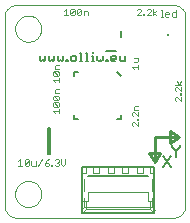
<source format=gto>
G75*
%MOIN*%
%OFA0B0*%
%FSLAX24Y24*%
%IPPOS*%
%LPD*%
%AMOC8*
5,1,8,0,0,1.08239X$1,22.5*
%
%ADD10C,0.0000*%
%ADD11C,0.0060*%
%ADD12C,0.0100*%
%ADD13C,0.0070*%
%ADD14C,0.0050*%
%ADD15C,0.0030*%
%ADD16R,0.0098X0.0098*%
%ADD17C,0.0080*%
%ADD18C,0.0020*%
D10*
X000100Y000494D02*
X000100Y006793D01*
X000102Y006832D01*
X000108Y006870D01*
X000117Y006907D01*
X000130Y006944D01*
X000147Y006979D01*
X000166Y007012D01*
X000189Y007043D01*
X000215Y007072D01*
X000244Y007098D01*
X000275Y007121D01*
X000308Y007140D01*
X000343Y007157D01*
X000380Y007170D01*
X000417Y007179D01*
X000455Y007185D01*
X000494Y007187D01*
X005737Y007187D01*
X005776Y007185D01*
X005814Y007179D01*
X005851Y007170D01*
X005888Y007157D01*
X005923Y007140D01*
X005956Y007121D01*
X005987Y007098D01*
X006016Y007072D01*
X006042Y007043D01*
X006065Y007012D01*
X006084Y006979D01*
X006101Y006944D01*
X006114Y006907D01*
X006123Y006870D01*
X006129Y006832D01*
X006131Y006793D01*
X006131Y000494D01*
X006129Y000455D01*
X006123Y000417D01*
X006114Y000380D01*
X006101Y000343D01*
X006084Y000308D01*
X006065Y000275D01*
X006042Y000244D01*
X006016Y000215D01*
X005987Y000189D01*
X005956Y000166D01*
X005923Y000147D01*
X005888Y000130D01*
X005851Y000117D01*
X005814Y000108D01*
X005776Y000102D01*
X005737Y000100D01*
X000494Y000100D01*
X000455Y000102D01*
X000417Y000108D01*
X000380Y000117D01*
X000343Y000130D01*
X000308Y000147D01*
X000275Y000166D01*
X000244Y000189D01*
X000215Y000215D01*
X000189Y000244D01*
X000166Y000275D01*
X000147Y000308D01*
X000130Y000343D01*
X000117Y000380D01*
X000108Y000417D01*
X000102Y000455D01*
X000100Y000494D01*
X000454Y000887D02*
X000456Y000928D01*
X000462Y000969D01*
X000472Y001009D01*
X000485Y001048D01*
X000502Y001085D01*
X000523Y001121D01*
X000547Y001155D01*
X000574Y001186D01*
X000603Y001214D01*
X000636Y001240D01*
X000670Y001262D01*
X000707Y001281D01*
X000745Y001296D01*
X000785Y001308D01*
X000825Y001316D01*
X000866Y001320D01*
X000908Y001320D01*
X000949Y001316D01*
X000989Y001308D01*
X001029Y001296D01*
X001067Y001281D01*
X001103Y001262D01*
X001138Y001240D01*
X001171Y001214D01*
X001200Y001186D01*
X001227Y001155D01*
X001251Y001121D01*
X001272Y001085D01*
X001289Y001048D01*
X001302Y001009D01*
X001312Y000969D01*
X001318Y000928D01*
X001320Y000887D01*
X001318Y000846D01*
X001312Y000805D01*
X001302Y000765D01*
X001289Y000726D01*
X001272Y000689D01*
X001251Y000653D01*
X001227Y000619D01*
X001200Y000588D01*
X001171Y000560D01*
X001138Y000534D01*
X001104Y000512D01*
X001067Y000493D01*
X001029Y000478D01*
X000989Y000466D01*
X000949Y000458D01*
X000908Y000454D01*
X000866Y000454D01*
X000825Y000458D01*
X000785Y000466D01*
X000745Y000478D01*
X000707Y000493D01*
X000671Y000512D01*
X000636Y000534D01*
X000603Y000560D01*
X000574Y000588D01*
X000547Y000619D01*
X000523Y000653D01*
X000502Y000689D01*
X000485Y000726D01*
X000472Y000765D01*
X000462Y000805D01*
X000456Y000846D01*
X000454Y000887D01*
X000454Y006399D02*
X000456Y006440D01*
X000462Y006481D01*
X000472Y006521D01*
X000485Y006560D01*
X000502Y006597D01*
X000523Y006633D01*
X000547Y006667D01*
X000574Y006698D01*
X000603Y006726D01*
X000636Y006752D01*
X000670Y006774D01*
X000707Y006793D01*
X000745Y006808D01*
X000785Y006820D01*
X000825Y006828D01*
X000866Y006832D01*
X000908Y006832D01*
X000949Y006828D01*
X000989Y006820D01*
X001029Y006808D01*
X001067Y006793D01*
X001103Y006774D01*
X001138Y006752D01*
X001171Y006726D01*
X001200Y006698D01*
X001227Y006667D01*
X001251Y006633D01*
X001272Y006597D01*
X001289Y006560D01*
X001302Y006521D01*
X001312Y006481D01*
X001318Y006440D01*
X001320Y006399D01*
X001318Y006358D01*
X001312Y006317D01*
X001302Y006277D01*
X001289Y006238D01*
X001272Y006201D01*
X001251Y006165D01*
X001227Y006131D01*
X001200Y006100D01*
X001171Y006072D01*
X001138Y006046D01*
X001104Y006024D01*
X001067Y006005D01*
X001029Y005990D01*
X000989Y005978D01*
X000949Y005970D01*
X000908Y005966D01*
X000866Y005966D01*
X000825Y005970D01*
X000785Y005978D01*
X000745Y005990D01*
X000707Y006005D01*
X000671Y006024D01*
X000636Y006046D01*
X000603Y006072D01*
X000574Y006100D01*
X000547Y006131D01*
X000523Y006165D01*
X000502Y006201D01*
X000485Y006238D01*
X000472Y006277D01*
X000462Y006317D01*
X000456Y006358D01*
X000454Y006399D01*
D11*
X001538Y003100D02*
X001538Y002225D01*
X001631Y002225D01*
X001631Y003100D01*
X001538Y003100D01*
D12*
X004913Y002256D02*
X005100Y001944D01*
X005288Y002256D01*
X004913Y002256D01*
X005100Y001944D02*
X005100Y002788D01*
X005913Y002788D01*
X005600Y002600D01*
X005600Y002975D01*
X005913Y002788D01*
D13*
X005951Y002515D02*
X005951Y002452D01*
X005824Y002325D01*
X005824Y002135D01*
X005639Y002172D02*
X005385Y001791D01*
X005639Y001791D02*
X005385Y002172D01*
X005698Y002452D02*
X005698Y002515D01*
X005698Y002452D02*
X005824Y002325D01*
D14*
X004113Y005313D02*
X003978Y005313D01*
X003933Y005358D01*
X003933Y005493D01*
X003819Y005448D02*
X003819Y005403D01*
X003638Y005403D01*
X003638Y005448D02*
X003684Y005493D01*
X003774Y005493D01*
X003819Y005448D01*
X003774Y005313D02*
X003684Y005313D01*
X003638Y005358D01*
X003638Y005448D01*
X003536Y005358D02*
X003536Y005313D01*
X003491Y005313D01*
X003491Y005358D01*
X003536Y005358D01*
X003377Y005358D02*
X003377Y005493D01*
X003377Y005358D02*
X003332Y005313D01*
X003287Y005358D01*
X003242Y005313D01*
X003196Y005358D01*
X003196Y005493D01*
X003045Y005493D02*
X003045Y005313D01*
X003000Y005313D02*
X003090Y005313D01*
X003045Y005493D02*
X003000Y005493D01*
X003045Y005583D02*
X003045Y005628D01*
X002849Y005583D02*
X002849Y005313D01*
X002804Y005313D02*
X002894Y005313D01*
X002697Y005313D02*
X002607Y005313D01*
X002652Y005313D02*
X002652Y005583D01*
X002607Y005583D01*
X002493Y005448D02*
X002448Y005493D01*
X002358Y005493D01*
X002313Y005448D01*
X002313Y005358D01*
X002358Y005313D01*
X002448Y005313D01*
X002493Y005358D01*
X002493Y005448D01*
X002210Y005358D02*
X002210Y005313D01*
X002165Y005313D01*
X002165Y005358D01*
X002210Y005358D01*
X002051Y005358D02*
X002051Y005493D01*
X002051Y005358D02*
X002006Y005313D01*
X001961Y005358D01*
X001916Y005313D01*
X001871Y005358D01*
X001871Y005493D01*
X001756Y005493D02*
X001756Y005358D01*
X001711Y005313D01*
X001666Y005358D01*
X001621Y005313D01*
X001576Y005358D01*
X001576Y005493D01*
X001461Y005493D02*
X001461Y005358D01*
X001416Y005313D01*
X001371Y005358D01*
X001326Y005313D01*
X001281Y005358D01*
X001281Y005493D01*
X002804Y005583D02*
X002849Y005583D01*
X004113Y005493D02*
X004113Y005313D01*
D15*
X004344Y005123D02*
X004554Y005123D01*
X004554Y005053D02*
X004554Y005193D01*
X004519Y005273D02*
X004554Y005309D01*
X004554Y005414D01*
X004414Y005414D01*
X004414Y005273D02*
X004519Y005273D01*
X004344Y005123D02*
X004414Y005053D01*
X004442Y003836D02*
X004547Y003836D01*
X004442Y003836D02*
X004407Y003801D01*
X004407Y003696D01*
X004547Y003696D01*
X004547Y003615D02*
X004547Y003475D01*
X004407Y003615D01*
X004372Y003615D01*
X004337Y003580D01*
X004337Y003510D01*
X004372Y003475D01*
X004512Y003400D02*
X004512Y003365D01*
X004547Y003365D01*
X004547Y003400D01*
X004512Y003400D01*
X004547Y003284D02*
X004547Y003144D01*
X004407Y003284D01*
X004372Y003284D01*
X004337Y003249D01*
X004337Y003179D01*
X004372Y003144D01*
X005769Y004019D02*
X005804Y003984D01*
X005769Y004019D02*
X005769Y004089D01*
X005804Y004124D01*
X005839Y004124D01*
X005979Y003984D01*
X005979Y004124D01*
X005979Y004205D02*
X005944Y004205D01*
X005944Y004240D01*
X005979Y004240D01*
X005979Y004205D01*
X005979Y004315D02*
X005839Y004455D01*
X005804Y004455D01*
X005769Y004420D01*
X005769Y004350D01*
X005804Y004315D01*
X005979Y004315D02*
X005979Y004455D01*
X005979Y004536D02*
X005769Y004536D01*
X005839Y004641D02*
X005909Y004536D01*
X005979Y004641D01*
X005811Y006803D02*
X005706Y006803D01*
X005671Y006838D01*
X005671Y006908D01*
X005706Y006943D01*
X005811Y006943D01*
X005811Y007013D02*
X005811Y006803D01*
X005590Y006873D02*
X005450Y006873D01*
X005450Y006908D02*
X005485Y006943D01*
X005555Y006943D01*
X005590Y006908D01*
X005590Y006873D01*
X005555Y006803D02*
X005485Y006803D01*
X005450Y006838D01*
X005450Y006908D01*
X005373Y006803D02*
X005303Y006803D01*
X005338Y006803D02*
X005338Y007013D01*
X005303Y007013D01*
X005161Y006984D02*
X005056Y006914D01*
X005161Y006844D01*
X005056Y006844D02*
X005056Y007054D01*
X004975Y007019D02*
X004975Y006984D01*
X004835Y006844D01*
X004975Y006844D01*
X004975Y007019D02*
X004940Y007054D01*
X004870Y007054D01*
X004835Y007019D01*
X004759Y006879D02*
X004724Y006879D01*
X004724Y006844D01*
X004759Y006844D01*
X004759Y006879D01*
X004643Y006844D02*
X004503Y006844D01*
X004643Y006984D01*
X004643Y007019D01*
X004608Y007054D01*
X004538Y007054D01*
X004503Y007019D01*
X002878Y006949D02*
X002878Y006844D01*
X002878Y006949D02*
X002843Y006984D01*
X002738Y006984D01*
X002738Y006844D01*
X002657Y006879D02*
X002622Y006844D01*
X002552Y006844D01*
X002517Y006879D01*
X002657Y007019D01*
X002657Y006879D01*
X002657Y007019D02*
X002622Y007054D01*
X002552Y007054D01*
X002517Y007019D01*
X002517Y006879D01*
X002436Y006879D02*
X002401Y006844D01*
X002331Y006844D01*
X002296Y006879D01*
X002436Y007019D01*
X002436Y006879D01*
X002436Y007019D02*
X002401Y007054D01*
X002331Y007054D01*
X002296Y007019D01*
X002296Y006879D01*
X002215Y006844D02*
X002075Y006844D01*
X002145Y006844D02*
X002145Y007054D01*
X002075Y006984D01*
X001922Y005195D02*
X001817Y005195D01*
X001782Y005160D01*
X001782Y005055D01*
X001922Y005055D01*
X001887Y004974D02*
X001922Y004939D01*
X001922Y004869D01*
X001887Y004834D01*
X001747Y004974D01*
X001887Y004974D01*
X001747Y004974D02*
X001712Y004939D01*
X001712Y004869D01*
X001747Y004834D01*
X001887Y004834D01*
X001922Y004753D02*
X001922Y004613D01*
X001922Y004683D02*
X001712Y004683D01*
X001782Y004613D01*
X001817Y004384D02*
X001922Y004384D01*
X001817Y004384D02*
X001782Y004349D01*
X001782Y004244D01*
X001922Y004244D01*
X001887Y004163D02*
X001922Y004128D01*
X001922Y004058D01*
X001887Y004023D01*
X001747Y004163D01*
X001887Y004163D01*
X001887Y004023D02*
X001747Y004023D01*
X001712Y004058D01*
X001712Y004128D01*
X001747Y004163D01*
X001747Y003942D02*
X001887Y003802D01*
X001922Y003837D01*
X001922Y003907D01*
X001887Y003942D01*
X001747Y003942D01*
X001712Y003907D01*
X001712Y003837D01*
X001747Y003802D01*
X001887Y003802D01*
X001922Y003721D02*
X001922Y003581D01*
X001922Y003651D02*
X001712Y003651D01*
X001782Y003581D01*
X001803Y002044D02*
X001768Y002009D01*
X001803Y002044D02*
X001873Y002044D01*
X001908Y002009D01*
X001908Y001974D01*
X001873Y001939D01*
X001908Y001904D01*
X001908Y001869D01*
X001873Y001834D01*
X001803Y001834D01*
X001768Y001869D01*
X001692Y001869D02*
X001692Y001834D01*
X001657Y001834D01*
X001657Y001869D01*
X001692Y001869D01*
X001577Y001869D02*
X001542Y001834D01*
X001471Y001834D01*
X001436Y001869D01*
X001436Y001939D01*
X001542Y001939D01*
X001577Y001904D01*
X001577Y001869D01*
X001507Y002009D02*
X001436Y001939D01*
X001507Y002009D02*
X001577Y002044D01*
X001356Y002044D02*
X001215Y001834D01*
X001135Y001834D02*
X001135Y001974D01*
X001135Y001834D02*
X001030Y001834D01*
X000994Y001869D01*
X000994Y001974D01*
X000914Y002009D02*
X000914Y001869D01*
X000879Y001834D01*
X000809Y001834D01*
X000773Y001869D01*
X000914Y002009D01*
X000879Y002044D01*
X000809Y002044D01*
X000773Y002009D01*
X000773Y001869D01*
X000693Y001834D02*
X000553Y001834D01*
X000623Y001834D02*
X000623Y002044D01*
X000553Y001974D01*
X001838Y001939D02*
X001873Y001939D01*
X001989Y001904D02*
X002059Y001834D01*
X002129Y001904D01*
X002129Y002044D01*
X001989Y002044D02*
X001989Y001904D01*
D16*
X005538Y006176D03*
D17*
X003982Y006119D02*
X003982Y006331D01*
X003832Y005665D02*
X003493Y005665D01*
X003843Y004950D02*
X003981Y004812D01*
X003981Y003513D02*
X003981Y003375D01*
X003843Y003375D01*
X002544Y003375D02*
X002406Y003375D01*
X002406Y003513D01*
X002406Y004812D02*
X002406Y004950D01*
X002544Y004950D01*
X002692Y001779D02*
X002692Y000254D01*
X005071Y000254D01*
X005071Y001779D01*
X004964Y001779D01*
X002799Y001779D01*
X002692Y001779D01*
X002892Y001478D02*
X004871Y001478D01*
X005062Y000304D02*
X005071Y000254D01*
X002701Y000304D02*
X002692Y000254D01*
D18*
X002701Y000304D02*
X002799Y000402D01*
X002799Y000648D01*
X002702Y000648D01*
X002799Y000648D02*
X002897Y000648D01*
X002897Y000944D01*
X004866Y000944D01*
X004866Y000648D01*
X004964Y000648D01*
X004964Y000402D01*
X005062Y000304D01*
X005112Y000346D02*
X005013Y000445D01*
X002749Y000445D01*
X002651Y000346D01*
X002749Y000445D02*
X002749Y000740D01*
X002749Y000986D02*
X002749Y001380D01*
X002702Y001583D02*
X002799Y001583D01*
X002799Y001779D01*
X003045Y001780D02*
X003045Y001583D01*
X003241Y001583D01*
X003241Y001780D01*
X003537Y001780D02*
X003537Y001583D01*
X003734Y001583D01*
X003734Y001780D01*
X004029Y001780D02*
X004029Y001583D01*
X004226Y001583D01*
X004226Y001780D01*
X004521Y001780D02*
X004521Y001583D01*
X004718Y001583D01*
X004718Y001780D01*
X004964Y001779D02*
X004964Y001583D01*
X005061Y001583D01*
X005013Y001380D02*
X005013Y000986D01*
X005013Y000740D02*
X005013Y000445D01*
X004964Y000402D02*
X002799Y000402D01*
X004964Y000648D02*
X005061Y000648D01*
M02*

</source>
